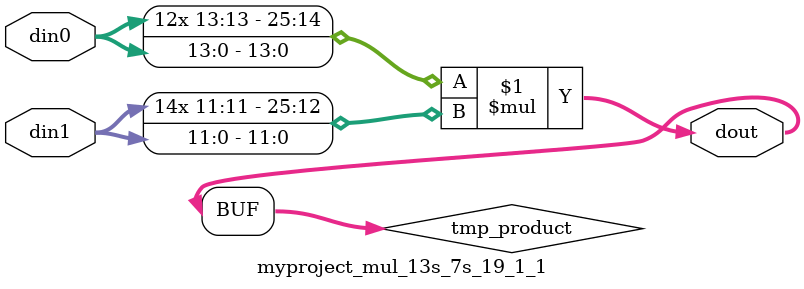
<source format=v>

`timescale 1 ns / 1 ps

 module myproject_mul_13s_7s_19_1_1(din0, din1, dout);
parameter ID = 1;
parameter NUM_STAGE = 0;
parameter din0_WIDTH = 14;
parameter din1_WIDTH = 12;
parameter dout_WIDTH = 26;

input [din0_WIDTH - 1 : 0] din0; 
input [din1_WIDTH - 1 : 0] din1; 
output [dout_WIDTH - 1 : 0] dout;

wire signed [dout_WIDTH - 1 : 0] tmp_product;



























assign tmp_product = $signed(din0) * $signed(din1);








assign dout = tmp_product;





















endmodule

</source>
